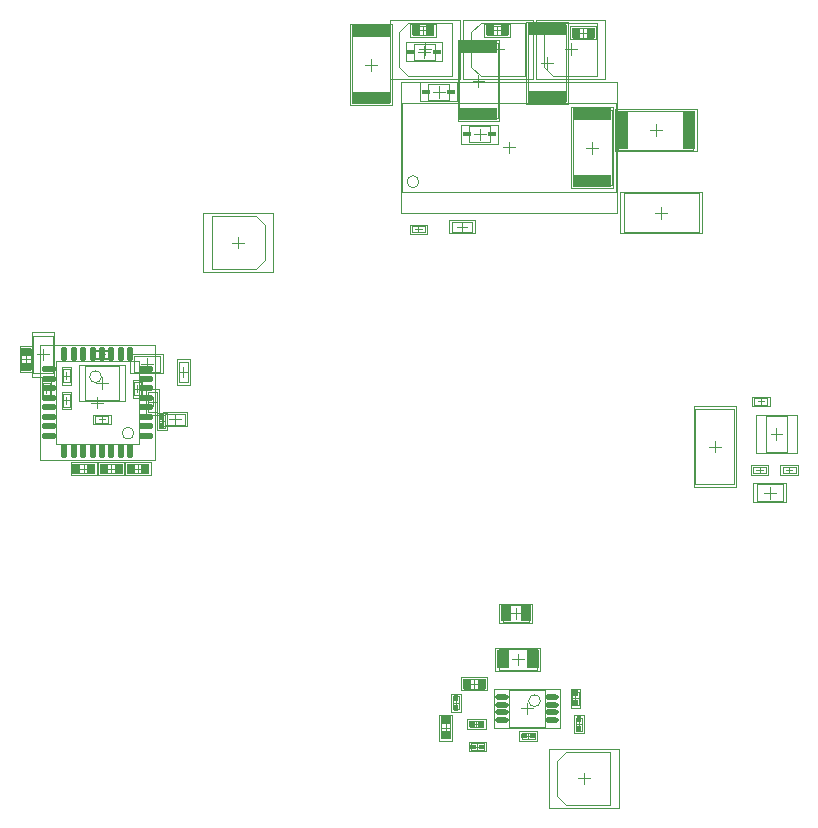
<source format=gbp>
G04 Layer_Color=128*
%FSLAX43Y43*%
%MOMM*%
G71*
G01*
G75*
%ADD12R,0.450X0.500*%
%ADD13R,0.500X0.450*%
%ADD16R,0.540X0.520*%
%ADD17R,0.850X0.750*%
%ADD18R,0.900X1.350*%
%ADD21R,0.750X0.850*%
%ADD22R,3.200X1.050*%
%ADD23R,1.050X3.200*%
%ADD28C,0.100*%
%ADD29C,0.050*%
%ADD37R,0.520X0.540*%
%ADD38R,1.050X1.650*%
%ADD39R,0.750X0.350*%
%ADD40O,1.250X0.550*%
%ADD41O,0.550X1.250*%
%ADD42O,1.150X0.450*%
D12*
X82688Y116854D02*
D03*
Y116054D02*
D03*
X118000Y91227D02*
D03*
Y90427D02*
D03*
X107600Y93027D02*
D03*
Y92227D02*
D03*
D13*
X114100Y89827D02*
D03*
X113300D02*
D03*
X109800Y88927D02*
D03*
X109000D02*
D03*
D16*
X109720Y90827D02*
D03*
X108900D02*
D03*
D17*
X106700Y89902D02*
D03*
Y91152D02*
D03*
X71200Y121102D02*
D03*
Y122352D02*
D03*
D18*
X113500Y100200D02*
D03*
X111800D02*
D03*
D21*
X118988Y149354D02*
D03*
X117738D02*
D03*
X111713Y149554D02*
D03*
X110463D02*
D03*
X105413Y149554D02*
D03*
X104163D02*
D03*
X81288Y112454D02*
D03*
X80038D02*
D03*
X76688D02*
D03*
X75438D02*
D03*
X79013D02*
D03*
X77763D02*
D03*
X108500Y94227D02*
D03*
X109750D02*
D03*
D22*
X100388Y143804D02*
D03*
Y149504D02*
D03*
X109488Y148154D02*
D03*
Y142454D02*
D03*
X115288Y149654D02*
D03*
Y143954D02*
D03*
X119100Y142477D02*
D03*
Y136777D02*
D03*
D23*
X127350Y141127D02*
D03*
X121650D02*
D03*
D28*
X77562Y120250D02*
G03*
X77562Y120250I-500J0D01*
G01*
X104438Y136754D02*
G03*
X104438Y136754I-500J0D01*
G01*
X80313Y115454D02*
G03*
X80313Y115454I-500J0D01*
G01*
X114738Y92804D02*
G03*
X114738Y92804I-500J0D01*
G01*
X76162Y118250D02*
X79062D01*
X76162Y121150D02*
X79062D01*
Y118250D02*
Y121150D01*
X76162Y118250D02*
Y121150D01*
X74325Y119777D02*
X74875D01*
X74325Y120877D02*
X74875D01*
Y119777D02*
Y120877D01*
X74325Y119777D02*
Y120877D01*
X72625Y118577D02*
X73175D01*
X72625Y119677D02*
X73175D01*
Y118577D02*
Y119677D01*
X72625Y118577D02*
Y119677D01*
X74325Y118777D02*
X74875D01*
X74325Y117677D02*
X74875D01*
X74325D02*
Y118777D01*
X74875Y117677D02*
Y118777D01*
X80325Y118677D02*
X80875D01*
Y119777D01*
X80325Y118677D02*
Y119777D01*
X80875D01*
X78150Y116352D02*
Y116902D01*
X77050D02*
X78150D01*
X77050Y116352D02*
X78150D01*
X77050D02*
Y116902D01*
X84650Y116152D02*
Y117102D01*
X82950D02*
X84650D01*
X82950Y116152D02*
X84650D01*
X82950D02*
Y117102D01*
X71750Y120527D02*
X73450D01*
X71750Y123727D02*
X73450D01*
X71750Y120527D02*
Y123727D01*
X73450Y120527D02*
Y123727D01*
X78150Y121852D02*
Y122402D01*
X77050Y121852D02*
Y122402D01*
Y121852D02*
X78150D01*
X77050Y122402D02*
X78150D01*
X81495Y118977D02*
X82305D01*
X81495Y117277D02*
X82305D01*
Y118977D01*
X81495Y117277D02*
Y118977D01*
X82500Y120627D02*
Y122027D01*
X80300Y120627D02*
X82500D01*
X80300D02*
Y122027D01*
X82500D01*
X84095Y119777D02*
X84905D01*
X84095Y121477D02*
X84905D01*
X84095Y119777D02*
Y121477D01*
X84905Y119777D02*
Y121477D01*
X133050Y109727D02*
X135250D01*
X133050Y111127D02*
X135250D01*
Y109727D02*
Y111127D01*
X133050Y109727D02*
Y111127D01*
X115813Y150204D02*
X119538D01*
Y145704D02*
Y150204D01*
X115813Y145704D02*
X119538D01*
X115038Y149429D02*
X115813Y150204D01*
X115038Y146479D02*
Y149429D01*
Y146479D02*
X115813Y145704D01*
X108888Y146479D02*
Y149429D01*
Y146479D02*
X109663Y145704D01*
X113388D01*
Y150204D01*
X109663D02*
X113388D01*
X108888Y149429D02*
X109663Y150204D01*
X103513D02*
X107238D01*
Y145704D02*
Y150204D01*
X103513Y145704D02*
X107238D01*
X102738Y149429D02*
X103513Y150204D01*
X102738Y146479D02*
Y149429D01*
Y146479D02*
X103513Y145704D01*
X90625Y129350D02*
X91400Y130125D01*
Y133075D01*
X86900Y129350D02*
X90625D01*
Y133850D02*
X91400Y133075D01*
X86900Y133850D02*
X90625D01*
X86900Y129350D02*
Y133850D01*
X108950Y132522D02*
Y133332D01*
X107250Y132522D02*
Y133332D01*
Y132522D02*
X108950D01*
X107250Y133332D02*
X108950D01*
X116150Y87702D02*
X116925Y88477D01*
X116150Y84752D02*
Y87702D01*
X116925Y88477D02*
X120650D01*
Y83977D02*
Y88477D01*
X116150Y84752D02*
X116925Y83977D01*
X120650D01*
X136338Y112079D02*
Y112629D01*
X135238D02*
X136338D01*
X135238Y112079D02*
X136338D01*
X135238D02*
Y112629D01*
X133938Y117879D02*
Y118429D01*
X132838D02*
X133938D01*
X132838Y117879D02*
X133938D01*
X132838D02*
Y118429D01*
X133838Y112079D02*
Y112629D01*
X132738D02*
X133838D01*
X132738Y112079D02*
X133838D01*
X132738D02*
Y112629D01*
X127850Y111147D02*
X131150D01*
Y117507D01*
X127850Y111147D02*
Y117507D01*
X131150D01*
X121770Y132477D02*
Y135777D01*
X128130Y132477D02*
Y135777D01*
X121770D02*
X128130D01*
X121770Y132477D02*
X128130D01*
X103850Y132452D02*
Y133002D01*
X104950Y132452D02*
Y133002D01*
X103850D02*
X104950D01*
X103850Y132452D02*
X104950D01*
X133838Y113904D02*
X135588D01*
Y116904D01*
X133838D02*
X135588D01*
X133838Y113904D02*
Y116904D01*
X121138Y135854D02*
Y143454D01*
X103038D02*
X121138D01*
X103038Y135854D02*
X121138D01*
X103038D02*
Y143454D01*
X127680Y139477D02*
Y142777D01*
X121320D02*
X127680D01*
X121320Y139477D02*
Y142777D01*
Y139477D02*
X127680D01*
X119213Y148949D02*
Y149759D01*
X117513Y148949D02*
X119213D01*
X117513Y149759D02*
X119213D01*
X117513Y148949D02*
Y149759D01*
X111938Y149149D02*
Y149959D01*
X110238Y149149D02*
X111938D01*
X110238Y149959D02*
X111938D01*
X110238Y149149D02*
Y149959D01*
X105638Y149149D02*
Y149959D01*
X103938Y149149D02*
X105638D01*
X103938Y149959D02*
X105638D01*
X103938Y149149D02*
Y149959D01*
X106295Y89677D02*
Y91377D01*
Y89677D02*
X107105D01*
X106295Y91377D02*
X107105D01*
Y89677D02*
Y91377D01*
X109860Y90552D02*
Y91102D01*
X108760Y90552D02*
Y91102D01*
X109860D01*
X108760Y90552D02*
X109860D01*
X70795Y120877D02*
Y122577D01*
Y120877D02*
X71605D01*
X70795Y122577D02*
X71605D01*
Y120877D02*
Y122577D01*
X81513Y112049D02*
Y112859D01*
X79813Y112049D02*
X81513D01*
X79813Y112859D02*
X81513D01*
X79813Y112049D02*
Y112859D01*
X117975Y92477D02*
Y93577D01*
X117425D02*
X117975D01*
X117425Y92477D02*
X117975D01*
X117425D02*
Y93577D01*
X76913Y112049D02*
Y112859D01*
X75213Y112049D02*
X76913D01*
X75213Y112859D02*
X76913D01*
X75213Y112049D02*
Y112859D01*
X79238Y112049D02*
Y112859D01*
X77538Y112049D02*
X79238D01*
X77538Y112859D02*
X79238D01*
X77538Y112049D02*
Y112859D01*
X108275Y93822D02*
Y94632D01*
X109975Y93822D02*
Y94632D01*
X108275D02*
X109975D01*
X108275Y93822D02*
X109975D01*
X113750Y99500D02*
Y100900D01*
X111550D02*
X113750D01*
X111550Y99500D02*
Y100900D01*
Y99500D02*
X113750D01*
X114400Y95450D02*
Y97150D01*
X111200D02*
X114400D01*
X111200Y95450D02*
Y97150D01*
Y95450D02*
X114400D01*
X103988Y148429D02*
X105788D01*
X103988Y147079D02*
X105788D01*
Y148429D01*
X103988Y147079D02*
Y148429D01*
X105213Y145029D02*
X107013D01*
Y143679D02*
Y145029D01*
X105213Y143679D02*
Y145029D01*
Y143679D02*
X107013D01*
X108688Y141429D02*
X110488D01*
Y140079D02*
Y141429D01*
X108688Y140079D02*
Y141429D01*
Y140079D02*
X110488D01*
X98738Y143474D02*
X102038D01*
X98738Y149834D02*
X102038D01*
Y143474D02*
Y149834D01*
X98738Y143474D02*
Y149834D01*
X107838Y148484D02*
X111138D01*
Y142124D02*
Y148484D01*
X107838Y142124D02*
Y148484D01*
Y142124D02*
X111138D01*
X113638Y149984D02*
X116938D01*
Y143624D02*
Y149984D01*
X113638Y143624D02*
Y149984D01*
Y143624D02*
X116938D01*
X117450Y136447D02*
X120750D01*
Y142807D01*
X117450Y136447D02*
Y142807D01*
X120750D01*
X82413Y117004D02*
X82963D01*
X82413Y115904D02*
X82963D01*
Y117004D01*
X82413Y115904D02*
Y117004D01*
X114250Y89552D02*
Y90102D01*
X113150Y89552D02*
X114250D01*
X113150Y90102D02*
X114250D01*
X113150Y89552D02*
Y90102D01*
X109950Y88652D02*
Y89202D01*
X108850Y88652D02*
X109950D01*
X108850Y89202D02*
X109950D01*
X108850Y88652D02*
Y89202D01*
X118275Y90277D02*
Y91377D01*
X117725D02*
X118275D01*
X117725Y90277D02*
X118275D01*
X117725D02*
Y91377D01*
X107875Y92077D02*
Y93177D01*
X107325D02*
X107875D01*
X107325Y92077D02*
X107875D01*
X107325D02*
Y93177D01*
X80713Y114554D02*
Y121554D01*
X73713D02*
X80713D01*
X73713Y114554D02*
X80713D01*
X73713D02*
Y121554D01*
X115138Y90604D02*
Y93704D01*
X112038D02*
X115138D01*
X112038Y90604D02*
X115138D01*
X112038D02*
Y93704D01*
X77612Y119200D02*
Y120200D01*
X77112Y119700D02*
X78112D01*
X74325Y120327D02*
X74875D01*
X74600Y120052D02*
Y120602D01*
X72625Y119127D02*
X73175D01*
X72900Y118852D02*
Y119402D01*
X74325Y118227D02*
X74875D01*
X74600Y117952D02*
Y118502D01*
X80325Y119227D02*
X80875D01*
X80600Y118952D02*
Y119502D01*
X77600Y116352D02*
Y116902D01*
X77325Y116627D02*
X77875D01*
X83800Y116152D02*
Y117102D01*
X83325Y116627D02*
X84275D01*
X72600Y121627D02*
Y122627D01*
X72100Y122127D02*
X73100D01*
X77600Y121852D02*
Y122402D01*
X77325Y122127D02*
X77875D01*
X81900Y117722D02*
Y118532D01*
X81495Y118127D02*
X82305D01*
X80900Y121327D02*
X81900D01*
X81400Y120827D02*
Y121827D01*
X84500Y120222D02*
Y121032D01*
X84095Y120627D02*
X84905D01*
X134150Y109927D02*
Y110927D01*
X133650Y110427D02*
X134650D01*
X117288Y147454D02*
Y148454D01*
X116788Y147954D02*
X117788D01*
X111138Y147454D02*
Y148454D01*
X110638Y147954D02*
X111638D01*
X104988Y147454D02*
Y148454D01*
X104488Y147954D02*
X105488D01*
X89150Y131100D02*
Y132100D01*
X88650Y131600D02*
X89650D01*
X107695Y132927D02*
X108505D01*
X108100Y132522D02*
Y133332D01*
X118400Y85727D02*
Y86727D01*
X117900Y86227D02*
X118900D01*
X135513Y112354D02*
X136063D01*
X135788Y112079D02*
Y112629D01*
X133113Y118154D02*
X133663D01*
X133388Y117879D02*
Y118429D01*
X133013Y112354D02*
X133563D01*
X133288Y112079D02*
Y112629D01*
X129000Y114327D02*
X130000D01*
X129500Y113827D02*
Y114827D01*
X124450Y134127D02*
X125450D01*
X124950Y133627D02*
Y134627D01*
X104400Y132452D02*
Y133002D01*
X104125Y132727D02*
X104675D01*
X134713Y114904D02*
Y115904D01*
X134213Y115404D02*
X135213D01*
X111588Y139654D02*
X112588D01*
X112088Y139154D02*
Y140154D01*
X124500Y140627D02*
Y141627D01*
X124000Y141127D02*
X125000D01*
X118363Y148949D02*
Y149759D01*
X117958Y149354D02*
X118768D01*
X111088Y149149D02*
Y149959D01*
X110683Y149554D02*
X111493D01*
X104788Y149149D02*
Y149959D01*
X104383Y149554D02*
X105193D01*
X106700Y90122D02*
Y90932D01*
X106295Y90527D02*
X107105D01*
X109310Y90552D02*
Y91102D01*
X109035Y90827D02*
X109585D01*
X71200Y121322D02*
Y122132D01*
X70795Y121727D02*
X71605D01*
X80663Y112049D02*
Y112859D01*
X80258Y112454D02*
X81068D01*
X117700Y92752D02*
Y93302D01*
X117425Y93027D02*
X117975D01*
X76063Y112049D02*
Y112859D01*
X75658Y112454D02*
X76468D01*
X78388Y112049D02*
Y112859D01*
X77983Y112454D02*
X78793D01*
X109125Y93822D02*
Y94632D01*
X108720Y94227D02*
X109530D01*
X112150Y100200D02*
X113150D01*
X112650Y99700D02*
Y100700D01*
X112300Y96300D02*
X113300D01*
X112800Y95800D02*
Y96800D01*
X104388Y147754D02*
X105388D01*
X104888Y147254D02*
Y148254D01*
X106113Y143854D02*
Y144854D01*
X105613Y144354D02*
X106613D01*
X109588Y140254D02*
Y141254D01*
X109088Y140754D02*
X110088D01*
X100388Y146154D02*
Y147154D01*
X99888Y146654D02*
X100888D01*
X109488Y144804D02*
Y145804D01*
X108988Y145304D02*
X109988D01*
X115288Y146304D02*
Y147304D01*
X114788Y146804D02*
X115788D01*
X118600Y139627D02*
X119600D01*
X119100Y139127D02*
Y140127D01*
X82413Y116454D02*
X82963D01*
X82688Y116179D02*
Y116729D01*
X113700Y89552D02*
Y90102D01*
X113425Y89827D02*
X113975D01*
X109400Y88652D02*
Y89202D01*
X109125Y88927D02*
X109675D01*
X118000Y90552D02*
Y91102D01*
X117725Y90827D02*
X118275D01*
X107600Y92352D02*
Y92902D01*
X107325Y92627D02*
X107875D01*
X77213Y117554D02*
Y118554D01*
X76713Y118054D02*
X77713D01*
X113088Y92154D02*
X114088D01*
X113588Y91654D02*
Y92654D01*
D29*
X75657Y118150D02*
X79567D01*
X75657Y121250D02*
X79567D01*
Y118150D02*
Y121250D01*
X75657Y118150D02*
Y121250D01*
X75000Y119577D02*
Y121077D01*
X74200Y119577D02*
X75000D01*
X74200Y121077D02*
X75000D01*
X74200Y119577D02*
Y121077D01*
X73300Y118377D02*
Y119877D01*
X72500Y118377D02*
X73300D01*
X72500Y119877D02*
X73300D01*
X72500Y118377D02*
Y119877D01*
X74200Y117477D02*
Y118977D01*
X75000D01*
X74200Y117477D02*
X75000D01*
Y118977D01*
X80200Y118477D02*
X81000D01*
X80200D02*
Y119977D01*
X81000Y118477D02*
Y119977D01*
X80200D02*
X81000D01*
X78350Y116227D02*
Y117027D01*
X76850Y116227D02*
X78350D01*
X76850Y117027D02*
X78350D01*
X76850Y116227D02*
Y117027D01*
X84850Y116027D02*
Y117227D01*
X82750Y116027D02*
X84850D01*
X82750Y117227D02*
X84850D01*
X82750Y116027D02*
Y117227D01*
X71650Y120227D02*
X73550D01*
X71650Y124027D02*
X73550D01*
X71650Y120227D02*
Y124027D01*
X73550Y120227D02*
Y124027D01*
X78400Y121727D02*
Y122527D01*
X76800Y121727D02*
X78400D01*
X76800Y122527D02*
X78400D01*
X76800Y121727D02*
Y122527D01*
X81350Y119227D02*
X82450D01*
X81350Y117027D02*
X82450D01*
Y119227D01*
X81350Y117027D02*
Y119227D01*
X82800Y120527D02*
Y122127D01*
X80000Y120527D02*
X82800D01*
X80000Y122127D02*
X82800D01*
X80000Y120527D02*
Y122127D01*
X83950Y119527D02*
X85050D01*
X83950Y121727D02*
X85050D01*
X83950Y119527D02*
Y121727D01*
X85050Y119527D02*
Y121727D01*
X132750Y109627D02*
X135550D01*
X132750Y111227D02*
X135550D01*
Y109627D02*
Y111227D01*
X132750Y109627D02*
Y111227D01*
X120238Y145454D02*
Y150454D01*
X114338D02*
X120238D01*
X114338Y145454D02*
X120238D01*
X114338D02*
Y150454D01*
X108188Y145454D02*
X114088D01*
X108188Y150454D02*
X114088D01*
Y145454D02*
Y150454D01*
X108188Y145454D02*
Y150454D01*
X107938Y145454D02*
Y150454D01*
X102038D02*
X107938D01*
X102038Y145454D02*
X107938D01*
X102038D02*
Y150454D01*
X86200Y129100D02*
X92100D01*
Y134100D01*
X86200Y129100D02*
Y134100D01*
X92100D01*
X109200Y132377D02*
Y133477D01*
X107000Y132377D02*
Y133477D01*
Y132377D02*
X109200D01*
X107000Y133477D02*
X109200D01*
X115450Y88727D02*
X121350D01*
X115450Y83727D02*
Y88727D01*
X121350Y83727D02*
Y88727D01*
X115450Y83727D02*
X121350D01*
X136538Y111954D02*
Y112754D01*
X135038D02*
X136538D01*
X135038Y111954D02*
X136538D01*
X135038D02*
Y112754D01*
X134138Y117754D02*
Y118554D01*
X132638D02*
X134138D01*
X132638Y117754D02*
X134138D01*
X132638D02*
Y118554D01*
X134038Y111954D02*
Y112754D01*
X132538D02*
X134038D01*
X132538Y111954D02*
X134038D01*
X132538D02*
Y112754D01*
X131250Y110877D02*
Y117777D01*
X127750D02*
X131250D01*
X127750Y110877D02*
X131250D01*
X127750D02*
Y117777D01*
X121500Y132377D02*
Y135877D01*
X128400Y132377D02*
Y135877D01*
X121500D02*
X128400D01*
X121500Y132377D02*
X128400D01*
X103650Y133127D02*
X105150D01*
X103650Y132327D02*
Y133127D01*
X105150Y132327D02*
Y133127D01*
X103650Y132327D02*
X105150D01*
X136463Y113804D02*
Y117004D01*
X132963D02*
X136463D01*
X132963Y113804D02*
X136463D01*
X132963D02*
Y117004D01*
X121238Y134079D02*
Y145229D01*
X102938D02*
X121238D01*
X102938Y134079D02*
X121238D01*
X102938D02*
Y145229D01*
X127950Y139377D02*
Y142877D01*
X121050D02*
X127950D01*
X121050Y139377D02*
X127950D01*
X121050D02*
Y142877D01*
X119463Y148804D02*
Y149904D01*
X117263D02*
X119463D01*
X117263Y148804D02*
X119463D01*
X117263D02*
Y149904D01*
X112188Y149004D02*
Y150104D01*
X109988D02*
X112188D01*
X109988Y149004D02*
X112188D01*
X109988D02*
Y150104D01*
X105888Y149004D02*
Y150104D01*
X103688D02*
X105888D01*
X103688Y149004D02*
X105888D01*
X103688D02*
Y150104D01*
X106150Y89427D02*
Y91627D01*
Y89427D02*
X107250D01*
X106150Y91627D02*
X107250D01*
Y89427D02*
Y91627D01*
X110110Y90427D02*
Y91227D01*
X108510D02*
X110110D01*
X108510Y90427D02*
X110110D01*
X108510D02*
Y91227D01*
X70650Y120627D02*
Y122827D01*
Y120627D02*
X71750D01*
X70650Y122827D02*
X71750D01*
Y120627D02*
Y122827D01*
X81763Y111904D02*
Y113004D01*
X79563D02*
X81763D01*
X79563Y111904D02*
X81763D01*
X79563D02*
Y113004D01*
X118100Y92227D02*
Y93827D01*
X117300D02*
X118100D01*
X117300Y92227D02*
X118100D01*
X117300D02*
Y93827D01*
X77163Y111904D02*
Y113004D01*
X74963D02*
X77163D01*
X74963Y111904D02*
X77163D01*
X74963D02*
Y113004D01*
X79488Y111904D02*
Y113004D01*
X77288D02*
X79488D01*
X77288Y111904D02*
X79488D01*
X77288D02*
Y113004D01*
X108025Y94777D02*
X110225D01*
X108025Y93677D02*
Y94777D01*
X110225Y93677D02*
Y94777D01*
X108025Y93677D02*
X110225D01*
X114050Y99400D02*
Y101000D01*
X111250D02*
X114050D01*
X111250Y99400D02*
X114050D01*
X111250D02*
Y101000D01*
X114700Y95350D02*
Y97250D01*
X110900D02*
X114700D01*
X110900Y95350D02*
X114700D01*
X110900D02*
Y97250D01*
X106438Y146954D02*
Y148554D01*
X103338D02*
X106438D01*
X103338Y146954D02*
X106438D01*
X103338D02*
Y148554D01*
X107663Y143554D02*
Y145154D01*
X104563D02*
X107663D01*
X104563Y143554D02*
X107663D01*
X104563D02*
Y145154D01*
X111138Y139954D02*
Y141554D01*
X108038D02*
X111138D01*
X108038Y139954D02*
X111138D01*
X108038D02*
Y141554D01*
X98638Y143204D02*
X102138D01*
X98638Y150104D02*
X102138D01*
Y143204D02*
Y150104D01*
X98638Y143204D02*
Y150104D01*
X111238Y141854D02*
Y148754D01*
X107738D02*
X111238D01*
X107738Y141854D02*
X111238D01*
X107738D02*
Y148754D01*
X117038Y143354D02*
Y150254D01*
X113538D02*
X117038D01*
X113538Y143354D02*
X117038D01*
X113538D02*
Y150254D01*
X120850Y136177D02*
Y143077D01*
X117350D02*
X120850D01*
X117350Y136177D02*
X120850D01*
X117350D02*
Y143077D01*
X83088Y115704D02*
Y117204D01*
X82288D02*
X83088D01*
X82288Y115704D02*
X83088D01*
X82288D02*
Y117204D01*
X114450Y89427D02*
Y90227D01*
X112950D02*
X114450D01*
X112950Y89427D02*
X114450D01*
X112950D02*
Y90227D01*
X110150Y88527D02*
Y89327D01*
X108650D02*
X110150D01*
X108650Y88527D02*
X110150D01*
X108650D02*
Y89327D01*
X118400Y90077D02*
Y91577D01*
X117600D02*
X118400D01*
X117600Y90077D02*
X118400D01*
X117600D02*
Y91577D01*
X108000Y91877D02*
Y93377D01*
X107200D02*
X108000D01*
X107200Y91877D02*
X108000D01*
X107200D02*
Y93377D01*
X82063Y113204D02*
Y122904D01*
X72363D02*
X82063D01*
X72363Y113204D02*
X82063D01*
X72363D02*
Y122904D01*
X116388Y90504D02*
Y93804D01*
X110788D02*
X116388D01*
X110788Y90504D02*
X116388D01*
X110788D02*
Y93804D01*
D37*
X117700Y93437D02*
D03*
Y92617D02*
D03*
D38*
X114075Y96300D02*
D03*
X111525D02*
D03*
D39*
X105963Y147754D02*
D03*
X103813D02*
D03*
X107188Y144354D02*
D03*
X105038D02*
D03*
X110663Y140754D02*
D03*
X108513D02*
D03*
D40*
X81338Y119254D02*
D03*
Y118454D02*
D03*
Y120854D02*
D03*
Y120054D02*
D03*
Y116854D02*
D03*
Y116054D02*
D03*
Y117654D02*
D03*
Y115254D02*
D03*
X73088Y120054D02*
D03*
Y119254D02*
D03*
Y120854D02*
D03*
Y117654D02*
D03*
Y116854D02*
D03*
Y118454D02*
D03*
Y115254D02*
D03*
Y116054D02*
D03*
D41*
X79213Y122179D02*
D03*
X80013D02*
D03*
X78413D02*
D03*
X77613D02*
D03*
X80013Y113929D02*
D03*
X79213D02*
D03*
X77613D02*
D03*
X78413D02*
D03*
X76813D02*
D03*
X76013Y122179D02*
D03*
X76813D02*
D03*
X74413D02*
D03*
X75213D02*
D03*
Y113929D02*
D03*
X76013D02*
D03*
X74413D02*
D03*
D42*
X115713Y92479D02*
D03*
Y93129D02*
D03*
Y91829D02*
D03*
Y91179D02*
D03*
X111463Y93129D02*
D03*
Y91829D02*
D03*
Y92479D02*
D03*
Y91179D02*
D03*
M02*

</source>
